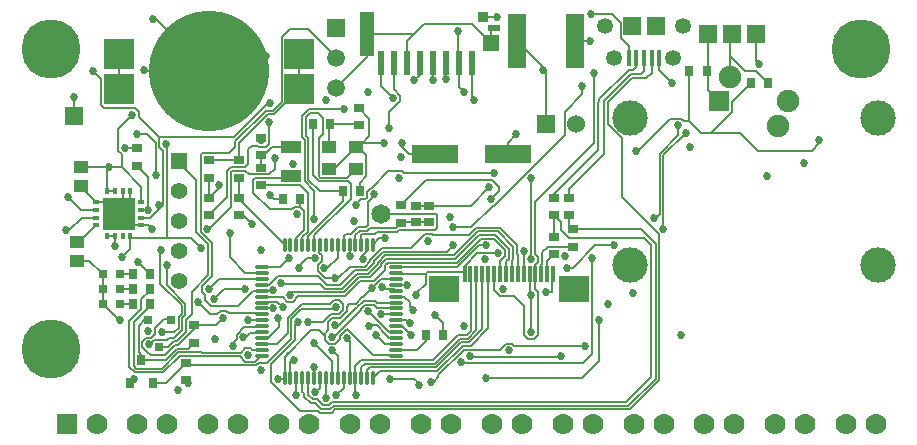
<source format=gbl>
G04*
G04 #@! TF.GenerationSoftware,Altium Limited,CircuitStudio,1.5.1 (13)*
G04*
G04 Layer_Physical_Order=4*
G04 Layer_Color=12500520*
%FSAX24Y24*%
%MOIN*%
G70*
G01*
G75*
%ADD10R,0.0709X0.0394*%
%ADD17R,0.0299X0.0299*%
%ADD19R,0.0315X0.0354*%
%ADD37R,0.0315X0.0354*%
%ADD39R,0.0591X0.0591*%
%ADD40R,0.0512X0.0394*%
%ADD41R,0.0354X0.0315*%
%ADD42R,0.0276X0.0354*%
%ADD43R,0.0354X0.0276*%
%ADD46C,0.0060*%
%ADD47C,0.0080*%
%ADD48C,0.0530*%
%ADD49C,0.0700*%
%ADD50R,0.0700X0.0700*%
%ADD51C,0.0550*%
%ADD52R,0.0550X0.0550*%
%ADD53C,0.1181*%
%ADD54R,0.0650X0.0650*%
%ADD55C,0.0750*%
%ADD56C,0.1969*%
%ADD57C,0.0591*%
%ADD58C,0.0600*%
%ADD59R,0.0600X0.0600*%
%ADD60C,0.0650*%
%ADD61C,0.0270*%
%ADD62R,0.0512X0.0413*%
%ADD63R,0.0157X0.0532*%
%ADD64R,0.0591X0.0610*%
%ADD65O,0.0118X0.0512*%
%ADD66O,0.0512X0.0118*%
%ADD67R,0.1043X0.0906*%
%ADD68R,0.0118X0.0551*%
%ADD69R,0.0591X0.1811*%
%ADD70R,0.0315X0.0315*%
%ADD71R,0.1575X0.0630*%
%ADD72C,0.4016*%
%ADD73R,0.0984X0.0984*%
%ADD74R,0.1063X0.1063*%
%ADD75R,0.0236X0.0118*%
%ADD76R,0.0118X0.0236*%
%ADD77R,0.0374X0.0335*%
%ADD78R,0.0394X0.0236*%
%ADD79R,0.0571X0.0551*%
%ADD80R,0.0472X0.1492*%
%ADD81R,0.0236X0.0787*%
D10*
X019500Y019258D02*
D03*
Y020242D02*
D03*
D17*
X015100Y013548D02*
D03*
X014726Y014450D02*
D03*
X015474D02*
D03*
D19*
X014500Y013144D02*
D03*
X014126Y012356D02*
D03*
X014874D02*
D03*
D37*
X021776Y018750D02*
D03*
X021224D02*
D03*
X024554Y013964D02*
D03*
X024003D02*
D03*
X019224Y018500D02*
D03*
X019776D02*
D03*
D39*
X035000Y024000D02*
D03*
X012250Y021250D02*
D03*
X034200Y024000D02*
D03*
X033400D02*
D03*
X021000Y024200D02*
D03*
D40*
X012500Y019565D02*
D03*
Y018935D02*
D03*
X012350Y017065D02*
D03*
Y016435D02*
D03*
D41*
X021750Y021526D02*
D03*
Y020974D02*
D03*
X018500Y020526D02*
D03*
Y019974D02*
D03*
X023650Y018276D02*
D03*
Y017724D02*
D03*
X024100Y018276D02*
D03*
Y017724D02*
D03*
D42*
X035395Y022350D02*
D03*
X034805Y022350D02*
D03*
X033345Y022750D02*
D03*
X032755D02*
D03*
X014795Y016000D02*
D03*
X014205D02*
D03*
X014795Y015500D02*
D03*
X014205D02*
D03*
X014795Y015000D02*
D03*
X014205D02*
D03*
X020795Y021000D02*
D03*
X020205D02*
D03*
D43*
X014350Y020195D02*
D03*
Y019605D02*
D03*
X023150Y018295D02*
D03*
Y017705D02*
D03*
X016750Y018545D02*
D03*
Y017955D02*
D03*
X017750Y018545D02*
D03*
Y017955D02*
D03*
X016750Y019795D02*
D03*
Y019205D02*
D03*
X017750Y019795D02*
D03*
Y019205D02*
D03*
X016250Y014295D02*
D03*
Y013705D02*
D03*
X016000Y013045D02*
D03*
Y012455D02*
D03*
X028250Y018545D02*
D03*
Y017955D02*
D03*
X028250Y016647D02*
D03*
Y017238D02*
D03*
X028750Y018545D02*
D03*
Y017955D02*
D03*
X028900Y016905D02*
D03*
Y017495D02*
D03*
X018500Y018955D02*
D03*
Y019545D02*
D03*
D46*
X013955Y020195D02*
X014350D01*
X013730Y020830D02*
X014200Y021300D01*
X013730Y020102D02*
Y020830D01*
Y020102D02*
X013850Y019982D01*
Y019550D02*
Y019982D01*
X014728Y018128D02*
Y019227D01*
X014350Y019605D02*
X014728Y019227D01*
X014350Y020650D02*
X014700D01*
X014980Y020370D01*
Y019320D02*
Y020370D01*
Y019320D02*
X015000Y019300D01*
X031900Y017500D02*
Y019950D01*
X031760Y012460D02*
Y017322D01*
X030506Y018576D02*
X031760Y017322D01*
X031600Y017850D02*
X031620Y017830D01*
X018500Y018955D02*
X019795D01*
X018301Y019197D02*
X019440D01*
X018950Y019500D02*
Y019850D01*
X018767Y019317D02*
X018950Y019500D01*
X018079Y019317D02*
X018767D01*
X019795Y018955D02*
X020045Y018705D01*
X019440Y019197D02*
X019500Y019258D01*
X018782Y018150D02*
X019532D01*
X019607Y018225D01*
X019756D01*
X024026Y016051D02*
X025274D01*
X023021Y017406D02*
X023090Y017475D01*
X023527D02*
X023552Y017450D01*
X023090Y017475D02*
X023527D01*
X023552Y017450D02*
X024288D01*
X022725Y017406D02*
X023021D01*
X022725D02*
Y017406D01*
X022721Y017409D02*
X022725Y017406D01*
X022364Y017409D02*
X022721D01*
X022567Y016735D02*
X024685D01*
X022436Y017184D02*
X022628D01*
X022275Y017320D02*
X022364Y017409D01*
X022845Y017526D02*
X022971D01*
X022841Y017529D02*
X022845Y017526D01*
X022117Y017529D02*
X022841D01*
X022629Y016288D02*
X022716Y016375D01*
X021983Y017565D02*
X022063Y017646D01*
X021733Y017565D02*
X021983D01*
X021489Y017320D02*
X021733Y017565D01*
X022135Y016473D02*
X022517Y016855D01*
X022135Y016416D02*
Y016473D01*
X021958Y016240D02*
X022135Y016416D01*
X022255Y016423D02*
X022567Y016735D01*
X022255Y016367D02*
Y016423D01*
X022008Y016120D02*
X022255Y016367D01*
X022495Y016324D02*
X022666Y016495D01*
X022629Y016142D02*
Y016288D01*
X022246Y015760D02*
X022629Y016142D01*
X022524Y015549D02*
X022524D01*
X020080Y021500D02*
X021250D01*
X019857Y021277D02*
X020080Y021500D01*
X019857Y020564D02*
Y021277D01*
Y020564D02*
X019944Y020476D01*
Y019086D02*
Y020476D01*
Y019086D02*
X020270Y018760D01*
Y017837D02*
Y018760D01*
X020064Y019136D02*
Y020526D01*
Y019136D02*
X020450Y018750D01*
X019977Y020613D02*
X020064Y020526D01*
X019925Y017457D02*
Y018096D01*
X019776Y018245D02*
X019925Y018096D01*
X020045Y017407D02*
Y018705D01*
X019864Y017227D02*
X020045Y017407D01*
X019668Y017200D02*
X019925Y017457D01*
X020205Y019286D02*
Y021000D01*
Y019286D02*
X020407Y019083D01*
X021375D01*
X020457Y019203D02*
X021359D01*
X020404Y019256D02*
X020457Y019203D01*
X020450Y018750D02*
X021224D01*
X021308Y017320D02*
X021489D01*
X021242Y017255D02*
X021308Y017320D01*
X021795Y017445D02*
X022032D01*
X021636Y017286D02*
X021795Y017445D01*
X021636Y016974D02*
Y017286D01*
X021840Y017320D02*
X022275D01*
X021833Y017313D02*
X021840Y017320D01*
X021833Y016974D02*
Y017313D01*
X022063Y017646D02*
Y018406D01*
X017250Y015500D02*
X017950D01*
X017409Y014680D02*
X018497D01*
X018055Y014455D02*
X018526D01*
X017900Y013885D02*
X017985D01*
X017551Y013597D02*
Y013701D01*
X017083Y015833D02*
X018526D01*
X017970Y016030D02*
X018526D01*
X017450Y016550D02*
X017970Y016030D01*
X019057Y015925D02*
X020387D01*
X019150Y015700D02*
X019175Y015675D01*
X018889Y015439D02*
X018900Y015450D01*
X019668Y016975D02*
Y017200D01*
X021375Y019083D02*
X021472Y018986D01*
Y018495D02*
Y018986D01*
X022001Y019256D02*
Y019955D01*
X021776Y019030D02*
X022001Y019256D01*
X022250Y018593D02*
Y018650D01*
X022175Y018875D02*
X022725Y019425D01*
X022157Y018875D02*
X022175D01*
X022023Y018741D02*
X022157Y018875D01*
X022023Y018536D02*
Y018741D01*
X022063Y018406D02*
X022250Y018593D01*
X021650Y018300D02*
X021833Y018483D01*
X021970D01*
X022023Y018536D01*
X018779Y018643D02*
X018868D01*
X018779D02*
X018923Y018500D01*
X021900Y016634D02*
X022050Y016784D01*
X021900Y016500D02*
Y016634D01*
X022050Y016784D02*
Y016954D01*
X021625Y016120D02*
X022008D01*
X021440Y016240D02*
X021958D01*
X021787Y015760D02*
X022246D01*
X022191Y015535D02*
X022194D01*
X022500Y014650D02*
Y014700D01*
Y014650D02*
X022973D01*
X022050Y014750D02*
X022739Y014061D01*
X022350Y014280D02*
X022629Y014002D01*
X022170Y014280D02*
X022350D01*
X022100Y014250D02*
X022150Y014300D01*
X022982Y015628D02*
X023342D01*
X023654Y015304D02*
Y015354D01*
X023450Y014900D02*
X023550Y014800D01*
X021050Y015850D02*
X021440Y016240D01*
X021450Y016600D02*
Y016963D01*
X024285Y014635D02*
X024554Y014366D01*
X023450Y014900D02*
Y015050D01*
X023258Y015242D02*
X023450Y015050D01*
X022325Y013975D02*
X022633Y013667D01*
X023409Y014350D02*
X023450D01*
X023200Y014258D02*
X023500Y013958D01*
X021825Y014813D02*
Y014843D01*
X020912Y013900D02*
X021825Y014813D01*
X022150Y014300D02*
X022170Y014280D01*
X022343Y015045D02*
X022974D01*
X022293Y015095D02*
X022343Y015045D01*
X021907Y015095D02*
X022293D01*
X022243Y014975D02*
X022343Y014875D01*
X021957Y014975D02*
X022243D01*
X021242Y016974D02*
Y017255D01*
X022032Y017445D02*
X022117Y017529D01*
X019864Y016974D02*
Y017227D01*
X019450Y015300D02*
Y015330D01*
X019216Y014884D02*
X019230D01*
X020024Y016523D02*
X020283D01*
X019750Y016200D02*
Y016250D01*
X020425Y016699D02*
Y016945D01*
Y016699D02*
X020508Y016617D01*
Y016430D02*
Y016617D01*
X020375Y016298D02*
X020508Y016430D01*
X020632Y015850D02*
X020950D01*
X021050D01*
X021093Y015125D02*
X021225Y014993D01*
X020907Y015125D02*
X021093D01*
X020787Y015005D02*
X020907Y015125D01*
X021000Y014850D02*
Y014900D01*
X021125Y013943D02*
X021357Y014175D01*
X021125Y013837D02*
Y013943D01*
X020837Y014675D02*
X021093D01*
X021225Y014807D01*
X021113Y014525D02*
X021345Y014757D01*
X020857Y014525D02*
X021113D01*
X020725Y014393D02*
X020857Y014525D01*
X021050Y014250D02*
X021685Y014885D01*
X021871Y015215D02*
X022191Y015535D01*
X021857Y015215D02*
X021871D01*
X013850Y016550D02*
X014134Y016834D01*
Y017252D01*
X015225Y018307D02*
Y020107D01*
X014790Y017872D02*
X015225Y018307D01*
X015093D02*
X015225D01*
X015350Y017200D02*
Y020300D01*
X016915Y015165D02*
X017250Y015500D01*
X016750Y015500D02*
X017083Y015833D01*
X021000Y022200D02*
X022032Y023231D01*
Y023998D01*
X014126Y012356D02*
X014270Y012500D01*
X018500Y020457D02*
Y020526D01*
X018668Y020232D02*
X018767Y020331D01*
X018407Y020232D02*
X018668D01*
X018360Y020278D02*
X018407Y020232D01*
X018178Y020278D02*
X018360D01*
X018767Y020331D02*
Y020758D01*
X018750Y020775D02*
X018767Y020758D01*
X018848Y020242D02*
X019500D01*
X018580Y019974D02*
X018848Y020242D01*
X018500Y019974D02*
X018580D01*
X017750Y020368D02*
X018707Y021325D01*
X017630Y020418D02*
X018657Y021445D01*
X017592Y020550D02*
X018730Y021688D01*
X018707Y021325D02*
X018928D01*
X018657Y021445D02*
X018879D01*
X018730Y021688D02*
X018803D01*
X018750Y020775D02*
Y021050D01*
X023980Y019125D02*
X026200D01*
X026425Y018900D01*
Y018775D02*
Y018900D01*
X026150Y018500D02*
X026425Y018775D01*
X023150Y018295D02*
X023980Y019125D01*
X025045Y023059D02*
X025083Y023022D01*
X025045Y023059D02*
Y024095D01*
X025536Y024320D02*
X026156Y023701D01*
X023350Y023748D02*
X023922Y024320D01*
X025536D01*
X024554Y013964D02*
Y014366D01*
X025072Y013955D02*
X025092Y013975D01*
X025058Y013955D02*
X025072D01*
X023974Y013936D02*
X024003Y013964D01*
X023974Y013750D02*
Y013936D01*
X025450Y013250D02*
X025475Y013225D01*
X025175Y013025D02*
X029225D01*
X025150Y013050D02*
X025175Y013025D01*
X025472Y013595D02*
X026061Y014184D01*
X025207Y013595D02*
X025472D01*
X025423Y013715D02*
X025864Y014157D01*
X025157Y013715D02*
X025423D01*
X025373Y013835D02*
X025667Y014129D01*
X025108Y013835D02*
X025373D01*
X025343Y013975D02*
X025475Y014107D01*
X025092Y013975D02*
X025343D01*
X025667Y014129D02*
Y016000D01*
X025864Y014157D02*
Y016000D01*
X026061Y014184D02*
Y016000D01*
X025475Y014107D02*
Y015995D01*
X025470Y016000D02*
X025475Y015995D01*
X019531Y013122D02*
X019574D01*
X019500Y013091D02*
X019531Y013122D01*
X021359Y019203D02*
X021656Y019500D01*
X018923Y018500D02*
X019224D01*
X013366Y018384D02*
X013750Y018000D01*
X013002Y018384D02*
X013366D01*
X019756Y018225D02*
X019776Y018245D01*
X018233Y018699D02*
X018782Y018150D01*
X017750Y018498D02*
X019274Y016974D01*
X017895Y017955D02*
X018200Y017650D01*
X017750Y017955D02*
X017895D01*
X018233Y018699D02*
Y019130D01*
X019750Y016250D02*
X020024Y016523D01*
X021697Y014885D02*
X021907Y015095D01*
X021685Y014885D02*
X021697D01*
X021437Y015005D02*
X021647D01*
X021857Y015215D01*
X021825Y014843D02*
X021957Y014975D01*
X022343Y014875D02*
X022948D01*
X021045Y016545D02*
Y016974D01*
X020700Y016200D02*
X021045Y016545D01*
X020561Y014399D02*
X020837Y014675D01*
X022725Y019425D02*
X023193D01*
X023268Y019350D02*
X026250D01*
X023193Y019425D02*
X023268Y019350D01*
X022974Y015242D02*
X023258D01*
X026293Y017295D02*
X026745Y016843D01*
X025756Y017295D02*
X026293D01*
X025656Y017535D02*
X026442D01*
X026897Y016901D02*
X026902Y016906D01*
X026902D02*
X026902D01*
X026745Y016507D02*
Y016843D01*
X026652Y016414D02*
X026745Y016507D01*
X026652Y016000D02*
Y016414D01*
X026455Y016000D02*
Y016437D01*
X026625Y016607D01*
Y016793D01*
X026375Y016725D02*
X026400Y016700D01*
X026897Y016490D02*
Y016901D01*
X027242Y016000D02*
Y016758D01*
X025475Y013225D02*
X028475D01*
X028500Y013250D01*
X026918Y013600D02*
X029300D01*
X026843Y013675D02*
X026918Y013600D01*
X025274Y016274D02*
X025700Y016700D01*
X025274Y016051D02*
Y016274D01*
X024100Y018276D02*
X025476D01*
X024218Y017300D02*
X025421D01*
X024900Y017550D02*
X025500D01*
X025421Y017300D02*
X025656Y017535D01*
X014795Y016000D02*
Y016005D01*
X014400Y016400D02*
X014795Y016005D01*
X014498Y017616D02*
X014734D01*
X014866Y017484D01*
X026442Y017535D02*
X027022Y016955D01*
X022800Y012500D02*
X023600D01*
X022739Y014061D02*
X022974D01*
X022629Y013999D02*
Y014002D01*
X022232Y013300D02*
X022948D01*
X021357Y014175D02*
X022232Y013300D01*
X020650Y011850D02*
Y012524D01*
X020300Y012050D02*
Y012160D01*
X022525Y014675D02*
X022548Y014652D01*
X021345Y014757D02*
Y014913D01*
X021225Y014807D02*
Y014993D01*
X020963Y013675D02*
X021125Y013837D01*
X020757Y013675D02*
X020963D01*
X020850Y013900D02*
X020912D01*
X020725Y014125D02*
Y014393D01*
X020575Y013975D02*
X020725Y014125D01*
X020051Y014399D02*
X020561D01*
X019050Y014533D02*
X019100Y014483D01*
X019496Y014492D02*
X019822Y014818D01*
X019496Y013836D02*
Y014492D01*
X020250Y013700D02*
X020848Y013102D01*
X021345Y014913D02*
X021437Y015005D01*
X020850Y013450D02*
X021045Y013255D01*
X019855Y015005D02*
X020787D01*
X022513Y015487D02*
X022927D01*
X022513D02*
X022550Y015524D01*
X019050Y012500D02*
X019248D01*
X018526Y013667D02*
X019017D01*
X019376Y014026D01*
X019772Y014938D02*
X019788D01*
X019874Y014818D02*
X020968D01*
X019874D02*
X020500D01*
X019788Y014938D02*
X019855Y015005D01*
X020375Y016107D02*
X020632Y015850D01*
X020375Y016107D02*
Y016298D01*
X018685Y013025D02*
X019496Y013836D01*
X019822Y014818D02*
X019874D01*
X020253Y012582D02*
Y012890D01*
X020227Y012556D02*
X020253Y012582D01*
X020157Y014125D02*
X020425D01*
X021850Y020350D02*
X022589D01*
X022750Y020850D02*
Y021382D01*
X023200Y020220D02*
X023420Y020000D01*
X024280D01*
X023200Y020220D02*
Y020350D01*
X025516Y021884D02*
X025600Y021800D01*
X025516Y021884D02*
Y023022D01*
X025083Y022217D02*
Y023022D01*
Y022217D02*
X025250Y022050D01*
X019100Y014228D02*
Y014483D01*
X016000Y013045D02*
X016090Y012955D01*
X016995Y014295D02*
X017235Y014535D01*
X016250Y014295D02*
X016995D01*
X015983Y014470D02*
X016175Y014663D01*
X015350Y015620D02*
X015970Y015000D01*
Y014627D02*
Y015000D01*
X015863Y014520D02*
X015970Y014627D01*
X015125Y015675D02*
X015850Y014950D01*
Y014677D02*
Y014950D01*
X015743Y014570D02*
X015850Y014677D01*
X015350Y015620D02*
Y016282D01*
X016525Y015407D02*
X016625Y015307D01*
X016525Y015407D02*
Y015593D01*
X016850Y015918D01*
X016625Y015137D02*
X016822Y014940D01*
X016625Y015137D02*
Y015307D01*
X017328Y014760D02*
X017409Y014680D01*
X017142Y014760D02*
X017328D01*
X024367Y017530D02*
Y017967D01*
X024288Y017450D02*
X024367Y017530D01*
X024193Y017325D02*
X024218Y017300D01*
X023957Y017325D02*
X024193D01*
X025500Y017550D02*
X026225Y018275D01*
X022971Y017526D02*
X023150Y017705D01*
X020227Y012556D02*
X020258Y012526D01*
X020425Y014125D02*
X020575Y013975D01*
X020848Y012526D02*
Y013102D01*
X023500Y013950D02*
Y013958D01*
X019491Y013100D02*
X019500Y013091D01*
X017675Y013825D02*
Y013978D01*
X016400Y015050D02*
X016798Y014652D01*
X017033D01*
X017142Y014760D01*
X018497Y014680D02*
X018526Y014652D01*
X017551Y013701D02*
X017675Y013825D01*
X024217Y022467D02*
Y023022D01*
X023783Y022640D02*
Y023022D01*
X023600Y022457D02*
X023783Y022640D01*
X017985Y013885D02*
X018130Y014030D01*
X018495D01*
X018526Y014061D01*
X020064Y024150D02*
X021000Y023214D01*
Y023200D02*
Y023214D01*
X021045Y012526D02*
Y013255D01*
X023654Y015354D02*
X023973Y015673D01*
X021775Y020275D02*
X021850Y020350D01*
X022750Y021382D02*
X023125Y021757D01*
Y021943D01*
X022917Y022151D02*
X023125Y021943D01*
X022917Y022151D02*
Y023022D01*
X022484Y022266D02*
Y023022D01*
Y022266D02*
X022900Y021850D01*
X019650Y011950D02*
Y012443D01*
X020650Y012524D02*
X020652Y012526D01*
X015303Y013300D02*
X015636Y013633D01*
X014806Y013300D02*
X015303D01*
X015317Y013144D02*
X015686Y013513D01*
X014500Y013144D02*
X015317D01*
X015334Y012356D02*
X016000Y013022D01*
X014874Y012356D02*
X015334D01*
X014405Y014279D02*
X014626Y014500D01*
X014695Y013411D02*
X014806Y013300D01*
X014525Y013557D02*
X014671Y013411D01*
X014695D01*
X014405Y013383D02*
Y014279D01*
Y013383D02*
X014500Y013288D01*
X014525Y013557D02*
Y013743D01*
X014657Y013875D01*
X014813D01*
X014950Y014012D01*
X014500Y013144D02*
Y013288D01*
X014860Y013735D02*
X014913Y013788D01*
X015338D01*
X015423Y013873D01*
X015593D01*
X015100Y013548D02*
X015382D01*
X015237Y012725D02*
X015786Y013273D01*
X015382Y013548D02*
X015587Y013753D01*
X015673D01*
X015983Y014063D01*
X015593Y013873D02*
X015785Y014065D01*
X015600Y014050D02*
X015743Y014193D01*
X015200Y014050D02*
X015600D01*
X015686Y013513D02*
X016058D01*
X015785Y014065D02*
X015785D01*
X015722Y013633D02*
X016250Y014161D01*
X016058Y013513D02*
X016250Y013705D01*
X015636Y013633D02*
X015722D01*
X015785Y014065D02*
Y014065D01*
X015863Y014143D01*
Y014520D01*
X016250Y014161D02*
Y014295D01*
X015983Y014063D02*
Y014470D01*
X015743Y014193D02*
Y014570D01*
X015125Y015675D02*
Y016775D01*
X015150Y016800D01*
X014498Y017872D02*
X014790D01*
X016475Y017407D02*
Y019963D01*
X015750Y019700D02*
Y019750D01*
Y019700D02*
X016328Y019122D01*
Y017384D02*
Y019122D01*
Y017384D02*
X016730Y016982D01*
X014503Y014835D02*
Y015150D01*
X013755Y014450D02*
X013800D01*
X013205Y015000D02*
X013755Y014450D01*
X014950Y014012D02*
Y014200D01*
X015250Y014500D01*
X021750Y021526D02*
X022100Y021176D01*
Y020600D02*
Y021176D01*
X022633Y013667D02*
X022974D01*
X022226Y012526D02*
X022451Y012750D01*
X022030Y012791D02*
X022123Y012885D01*
X019470Y013080D02*
X019491Y013100D01*
X014950Y019300D02*
X015000D01*
X015100Y020232D02*
Y020550D01*
X015100Y020550D01*
X015100Y020232D02*
X015225Y020107D01*
X014425Y021225D02*
X015100Y020550D01*
X013261Y021525D02*
X014293D01*
X014425Y021393D01*
X015325Y020325D02*
X015350Y020300D01*
X018500Y019545D02*
X018500Y019545D01*
X018500Y019545D02*
Y019974D01*
X018050Y020150D02*
X018178Y020278D01*
X018050Y019653D02*
Y020150D01*
X017964Y019567D02*
X018050Y019653D01*
X017750Y019795D02*
Y020368D01*
X017630Y020230D02*
Y020418D01*
X015100Y020550D02*
X017592D01*
X021728Y020228D02*
X022001Y019955D01*
X015350Y017200D02*
X016150D01*
X014186D02*
X015350D01*
X014134Y017252D02*
X014186Y017200D01*
X016150D02*
X016500Y016850D01*
X016730Y015968D02*
Y016982D01*
X016475Y017407D02*
X016850Y017032D01*
Y015918D02*
Y017032D01*
X016475Y019963D02*
X016536Y020023D01*
X016750Y017955D02*
X017363Y018568D01*
X016700Y017500D02*
X016738D01*
X017483Y018245D01*
Y019380D01*
X017536Y019433D01*
X017964D01*
X017501Y019567D02*
X017964D01*
X017363Y019430D02*
X017501Y019567D01*
X017363Y018568D02*
Y019430D01*
X017100Y018950D02*
X017105Y018945D01*
Y018900D02*
Y018945D01*
X016750Y019795D02*
X017750D01*
X017964Y019433D02*
X018079Y019317D01*
X018233Y019130D02*
X018301Y019197D01*
X021775Y020275D02*
X022100Y020600D01*
X021702Y020275D02*
X021775D01*
X021656Y020228D02*
X021702Y020275D01*
X017423Y020023D02*
X017630Y020230D01*
X016536Y020023D02*
X017423D01*
X014425Y021225D02*
Y021393D01*
X013156Y021630D02*
X013261Y021525D01*
X013156Y021630D02*
Y022494D01*
X012900Y022750D02*
X013156Y022494D01*
X019762Y022159D02*
Y023341D01*
X013738Y022159D02*
Y023341D01*
X027500Y014050D02*
Y015300D01*
X028000Y015400D02*
X028200D01*
X027439Y015361D02*
X027500Y015300D01*
X029636Y016950D02*
X030250D01*
X030506Y018576D02*
Y020532D01*
X031780Y020000D02*
X032400Y020620D01*
Y020950D01*
X031050Y020100D02*
X032125Y021175D01*
X032493D01*
X032573Y021095D01*
X032755D01*
X028886Y016200D02*
X029636Y016950D01*
X031153Y017495D02*
X031600Y017048D01*
Y017048D02*
Y017048D01*
Y017048D02*
X031640Y017008D01*
Y012510D02*
Y017008D01*
X031250Y017200D02*
X031500Y016950D01*
Y012568D02*
Y016950D01*
X030662Y011730D02*
X031500Y012568D01*
X031900Y019950D02*
X032650Y020700D01*
X019650Y012443D02*
X019700Y012493D01*
X028610Y020642D02*
Y021390D01*
X026243Y018275D02*
X028610Y020642D01*
X026225Y018275D02*
X026243D01*
X026720Y020000D02*
Y020370D01*
X027000Y020650D01*
X025476Y018276D02*
X026100Y018900D01*
X023650Y018276D02*
X024100D01*
X021776Y018750D02*
Y019030D01*
X016750Y018545D02*
X017105Y018900D01*
X019609Y022159D02*
X019762D01*
X014612Y022750D02*
X016750D01*
X014581Y022781D02*
X014612Y022750D01*
X020795Y021000D02*
X021724D01*
X020750Y020228D02*
Y020955D01*
X034450Y020700D02*
X035050Y020100D01*
X033498Y020700D02*
X034450D01*
X027035Y023750D02*
X027943Y022843D01*
X028000Y021000D02*
Y022785D01*
X027885D02*
X028000D01*
X031000Y020100D02*
X031050D01*
X034185Y021731D02*
X034805Y022350D01*
X034185Y021388D02*
Y021731D01*
X033498Y020700D02*
X034185Y021388D01*
X033150Y020700D02*
X033498D01*
X032755Y021095D02*
X033150Y020700D01*
X032755Y021095D02*
Y022750D01*
X030050Y020988D02*
Y021731D01*
Y020988D02*
X030506Y020532D01*
X030050Y021731D02*
X030850Y022531D01*
X034109Y023250D02*
Y023909D01*
Y022561D02*
Y023250D01*
X034609Y022750D01*
X034995D01*
X035395Y022350D01*
X021439Y016974D02*
X021450Y016963D01*
X014503Y015150D02*
X014795Y015442D01*
Y014946D02*
Y015000D01*
Y015442D02*
Y015500D01*
X016000Y013022D02*
Y013045D01*
X015250Y014500D02*
X015374D01*
X020968Y014818D02*
X021000Y014850D01*
X022948Y014875D02*
X022974Y014848D01*
X022973Y014650D02*
X022974Y014652D01*
X022548D02*
X022974D01*
X022524Y015549D02*
X022550Y015524D01*
X022927Y015487D02*
X022974Y015439D01*
X023305Y014455D02*
X023409Y014350D01*
X022974Y014455D02*
X023305D01*
X022974Y014258D02*
X023200D01*
X024150Y012400D02*
X024250D01*
X023750Y012300D02*
Y012350D01*
X023600Y012500D02*
X023750Y012350D01*
X022974Y015636D02*
X022982Y015628D01*
X023973Y015998D02*
X023982Y016007D01*
X023973Y015673D02*
Y015998D01*
X022997Y016007D02*
X023982D01*
X024026Y016051D01*
X022974Y013470D02*
X023695D01*
X029525Y013325D02*
Y014543D01*
X029225Y013025D02*
X029525Y013325D01*
Y014543D02*
X029527Y014545D01*
X029750Y013100D02*
Y014450D01*
X029182Y012532D02*
X029750Y013100D01*
X025982Y012532D02*
X029182D01*
X021748Y011730D02*
X030662D01*
X028900Y017495D02*
X031153D01*
X035000Y023100D02*
X035100Y023000D01*
X035000Y023100D02*
Y024000D01*
X034109Y023909D02*
X034200Y024000D01*
X033400Y022120D02*
X033770Y021750D01*
X033400Y022120D02*
Y024000D01*
X032793Y020243D02*
X032800Y020250D01*
X031762Y022788D02*
X032200Y022350D01*
X031762Y022788D02*
Y023187D01*
X029200Y021980D02*
Y022250D01*
X028610Y021390D02*
X029200Y021980D01*
X025274Y016000D02*
Y016051D01*
X022974Y016030D02*
X022997Y016007D01*
X022030Y016974D02*
X022050Y016954D01*
X018526Y015439D02*
X018889D01*
X022226Y016974D02*
X022436Y017184D01*
X022948Y013300D02*
X022974Y013274D01*
X022500Y018000D02*
X024334D01*
X024367Y017967D01*
X023150Y017705D02*
X023170Y017724D01*
X023650D02*
X024100D01*
X023170D02*
X023650D01*
X022030Y012526D02*
Y012791D01*
X022032Y023998D02*
X023600D01*
X023350Y023022D02*
Y023748D01*
X026156Y024104D02*
X026244Y024193D01*
X026156Y023701D02*
Y024104D01*
X025880Y024577D02*
X025907Y024550D01*
X026350D01*
X014900Y024500D02*
X015000D01*
X016750Y022750D01*
X017450Y016550D02*
Y017350D01*
X016750Y018545D02*
Y019205D01*
X020927Y019500D02*
X021656Y020228D01*
X020750Y019500D02*
X020927D01*
X020425Y016945D02*
X020455Y016974D01*
X023695Y013470D02*
X023974Y013750D01*
X019667Y012526D02*
X019700Y012493D01*
X012250Y021250D02*
Y021900D01*
X017750Y018545D02*
Y019205D01*
X019667Y016974D02*
X019668Y016975D01*
X021724Y021000D02*
X021750Y020974D01*
X019776Y018245D02*
Y018500D01*
X013622Y016922D02*
Y017252D01*
X013366D02*
X013622D01*
X014498Y018384D02*
Y018902D01*
X013850Y019550D02*
X014498Y018902D01*
X013450Y019550D02*
X013850D01*
X013435Y019565D02*
X013450Y019550D01*
X013366Y018748D02*
X013622D01*
X013366D02*
Y019496D01*
X012500Y019565D02*
X013435D01*
X014134Y018384D02*
Y018748D01*
X013878Y018128D02*
Y018748D01*
X013750Y018000D02*
X014134Y017616D01*
X014498D01*
X012500Y018886D02*
Y018935D01*
Y018886D02*
X013002Y018384D01*
X012472Y018128D02*
X013002D01*
X012050Y018550D02*
X012472Y018128D01*
X012522Y017872D02*
X013002D01*
X012500Y017114D02*
X013002Y017616D01*
X012500Y017065D02*
Y017114D01*
X012770Y016435D02*
X013205Y016000D01*
X012500Y016435D02*
X012770D01*
X013205Y015000D02*
Y015500D01*
Y016000D01*
X013795Y015000D02*
X014205D01*
X013795Y015500D02*
X014205D01*
X013795Y016000D02*
X014205D01*
X019470Y012526D02*
Y013080D01*
X029527Y014545D02*
Y016523D01*
X028965Y023750D02*
X029450D01*
X030738Y023187D02*
Y023588D01*
X030471Y023855D02*
X030738Y023588D01*
X030471Y023855D02*
Y024379D01*
X030200Y024650D02*
X030471Y024379D01*
X029471Y024650D02*
X030200D01*
X028200Y015400D02*
Y015974D01*
X028226Y016000D01*
X027439Y015361D02*
Y016000D01*
X027500Y016481D02*
Y019200D01*
X021743Y011725D02*
X021748Y011730D01*
X030730Y011600D02*
X031640Y012510D01*
X019864Y012077D02*
Y012526D01*
X020061Y011971D02*
Y012526D01*
Y011971D02*
X020207Y011825D01*
X020357D01*
X020557Y011625D01*
X020743D01*
X020843Y011725D01*
X021743D01*
X019864Y012077D02*
X019921Y012020D01*
Y011913D02*
Y012020D01*
Y011913D02*
X020149Y011685D01*
X020299D01*
X020499Y011485D01*
X020801D01*
X020916Y011600D01*
X030730D01*
X030780Y011480D02*
X031000Y011700D01*
X020966Y011480D02*
X030780D01*
X020851Y011365D02*
X020966Y011480D01*
X020449Y011365D02*
X020851D01*
X020374Y011440D02*
X020449Y011365D01*
X030780Y011480D02*
X031760Y012460D01*
X018825Y012407D02*
X019792Y011440D01*
X020374D01*
X019616Y013787D02*
Y014294D01*
X018825Y012996D02*
X019616Y013787D01*
X018407Y013025D02*
X018685D01*
X018337Y012955D02*
X018407Y013025D01*
X017904Y012959D02*
X017907Y012955D01*
X017904Y012959D02*
X017904D01*
X017900Y012955D02*
X017904Y012959D01*
X017907Y012955D02*
X018337D01*
X016090D02*
X017900D01*
X017780Y013252D02*
X017957Y013075D01*
Y013525D02*
X018143D01*
X018198Y013470D01*
X018526D01*
X017804Y013372D02*
X017957Y013525D01*
X016175Y014663D02*
Y015413D01*
X016730Y015968D01*
X018207Y015439D02*
X018526D01*
X016822Y014940D02*
X017708D01*
X018207Y015439D01*
X018526Y015242D02*
X018543Y015225D01*
X019207D01*
X019357Y015075D02*
X019543D01*
X019207Y015225D02*
X019357Y015075D01*
X019616Y014294D02*
X019721Y014399D01*
X019376Y014026D02*
Y014542D01*
X019772Y014938D01*
X018898Y014848D02*
X018900Y014850D01*
X018526Y015045D02*
X018555Y015075D01*
X019025D02*
X019216Y014884D01*
X018555Y015075D02*
X019025D01*
X018526Y015636D02*
X018768D01*
X019057Y015925D01*
X020600Y016200D02*
X020700D01*
X020387Y015925D02*
X020687Y015625D01*
X019175Y015675D02*
X020467D01*
X020637Y015505D01*
X021193D01*
X022058Y016000D02*
X022375Y016317D01*
Y016374D01*
X022616Y016615D01*
X020687Y015625D02*
X021130D01*
X021625Y016120D01*
X022517Y016855D02*
X023487D01*
X023957Y017325D01*
X024685Y016735D02*
X024900Y016950D01*
X022616Y016615D02*
X024906D01*
X025300Y017009D01*
X024906Y016615D02*
X025706Y017415D01*
X022666Y016495D02*
X024956D01*
X025211Y016750D01*
X024956Y016495D02*
X025756Y017295D01*
X022716Y016375D02*
X025006D01*
X025805Y017175D01*
X025706Y017415D02*
X026393D01*
X026902Y016906D01*
X025805Y017175D02*
X026243D01*
X026625Y016793D01*
X025700Y016700D02*
X026400D01*
X025020Y016220D02*
X025750Y016950D01*
X026000D01*
X025014Y016226D02*
X025020Y016220D01*
X022974Y016226D02*
X025014D01*
X022489Y015833D02*
X022974D01*
X022191Y015535D02*
X022489Y015833D01*
X021193Y015505D02*
X021688Y016000D01*
X022058D01*
X022107Y015880D02*
X022495Y016267D01*
Y016324D01*
X021243Y015385D02*
X021738Y015880D01*
X019535Y015385D02*
X021243D01*
X021738Y015880D02*
X022107D01*
X019450Y015300D02*
X019535Y015385D01*
X021292Y015265D02*
X021787Y015760D01*
X019543Y015075D02*
X019733Y015265D01*
X021292D01*
X018526Y016226D02*
X019110D01*
X019407Y016523D01*
X020061Y016974D02*
Y017254D01*
X020258Y016974D02*
Y017281D01*
X018928Y021325D02*
X019686Y022083D01*
X019609Y022159D02*
X019686Y022083D01*
X018879Y021445D02*
X019180Y021746D01*
X019450Y024150D02*
X020064D01*
X019180Y023880D02*
X019450Y024150D01*
X019180Y021746D02*
Y023880D01*
X031331Y022531D02*
X031506Y022706D01*
X030850Y022531D02*
X031331D01*
X031506Y022706D02*
Y023187D01*
X031161Y022661D02*
X031250Y022750D01*
Y023187D01*
X030810Y022661D02*
X030900D01*
X028750Y018833D02*
X029910Y019993D01*
X030810Y022661D02*
X031161D01*
X029910Y021761D02*
X030810Y022661D01*
X029910Y019993D02*
Y021761D01*
X028750Y018545D02*
Y018833D01*
X028250Y018545D02*
Y018650D01*
X029730Y020130D01*
Y021707D01*
X029770Y021747D01*
Y021819D01*
X030752Y022801D01*
X030901D01*
X030994Y022894D01*
Y023187D01*
X035050Y020100D02*
X036850D01*
X037100Y020350D01*
Y020450D01*
X031780Y017990D02*
Y020000D01*
X031620Y017830D02*
X031780Y017990D01*
X020404Y019256D02*
Y020522D01*
X020550Y020667D01*
Y021200D01*
X020400Y021350D02*
X020550Y021200D01*
X019977Y020613D02*
Y021214D01*
X020112Y021350D02*
X020400D01*
X019977Y021214D02*
X020112Y021350D01*
X020258Y017281D02*
X021472Y018495D01*
X020061Y017254D02*
X021224Y018417D01*
Y018750D01*
X014253Y012929D02*
X014337Y012845D01*
X014253Y012929D02*
Y014403D01*
X014649Y014800D01*
X014253Y014403D02*
X014795Y014946D01*
X014100Y012912D02*
Y014432D01*
Y012912D02*
X014287Y012725D01*
X014100Y014432D02*
X014503Y014835D01*
X014337Y012845D02*
X015188D01*
X015736Y013393D01*
X014287Y012725D02*
X015237D01*
X018497Y014230D02*
X018526Y014258D01*
X017675Y013978D02*
X017927Y014230D01*
X018497D01*
X018526Y013864D02*
X018736D01*
X019100Y014228D01*
X018486Y013274D02*
X018526D01*
X017957Y013075D02*
X018287D01*
X018486Y013274D01*
X016450Y013273D02*
X016471Y013252D01*
X017780D01*
X015786Y013273D02*
X016450D01*
X016500Y013393D02*
X016521Y013372D01*
X017804D01*
X015736Y013393D02*
X016500D01*
X018825Y012407D02*
Y012996D01*
X019274Y013242D02*
X019382Y013350D01*
X019274Y012526D02*
Y013242D01*
X020157Y014125D01*
X020625Y013807D02*
X020757Y013675D01*
X020625Y013807D02*
Y013925D01*
X020575Y013975D02*
X020625Y013925D01*
X020455Y012205D02*
Y012526D01*
X020300Y012050D02*
X020455Y012205D01*
X021000Y011950D02*
X021242Y012192D01*
Y012526D01*
X021439D02*
Y013761D01*
X021350Y013850D02*
X021439Y013761D01*
X021636Y012526D02*
Y012936D01*
X021825Y013125D01*
X021636Y011950D02*
Y012526D01*
X021833Y012526D02*
Y012883D01*
X021955Y013005D01*
X022764Y013864D02*
X022974D01*
X022629Y013999D02*
X022764Y013864D01*
X024228Y013125D02*
X025058Y013955D01*
X021825Y013125D02*
X024228D01*
X021955Y013005D02*
X024277D01*
X025108Y013835D01*
X022123Y012885D02*
X024327D01*
X025157Y013715D01*
X022451Y012750D02*
X024362D01*
X025207Y013595D01*
X024400Y012550D02*
Y012618D01*
X024250Y012400D02*
X024400Y012550D01*
Y012618D02*
X025257Y013475D01*
X026457D01*
X026657Y013675D01*
X026843D01*
X026848Y016000D02*
Y016441D01*
X026897Y016490D01*
X027045Y016000D02*
Y016637D01*
X027017Y016665D02*
X027045Y016637D01*
X027017Y016665D02*
Y016851D01*
X027022Y016856D01*
Y016955D01*
X027865Y016725D02*
X028044Y016905D01*
X028900D01*
X027865Y016330D02*
Y016725D01*
X027833Y016000D02*
Y016297D01*
X027865Y016330D01*
X028030Y016427D02*
X028250Y016647D01*
X028030Y016000D02*
Y016427D01*
X028700Y016200D02*
X028886D01*
X028750Y017645D02*
X028900Y017495D01*
X028750Y017645D02*
Y017955D01*
X028250D02*
X028473Y017732D01*
Y017466D02*
Y017732D01*
Y017466D02*
X028739Y017200D01*
X031250D01*
X012100Y017450D02*
X012522Y017872D01*
X012000Y017450D02*
X012100D01*
D47*
X027636Y015497D02*
Y016000D01*
Y015497D02*
X027735Y015397D01*
X027636Y018387D02*
X028031Y018783D01*
X027636Y016678D02*
Y018387D01*
Y016678D02*
X027735Y016578D01*
Y016384D02*
Y016578D01*
X027636Y016284D02*
X027735Y016384D01*
X027636Y016000D02*
Y016284D01*
X028250Y017295D02*
Y017955D01*
X028033Y018783D02*
X029600Y020350D01*
X028031Y018783D02*
X028033D01*
X029600Y020350D02*
Y022700D01*
X026258Y015473D02*
Y016000D01*
X026465Y015265D02*
X026935D01*
X026258Y015473D02*
X026465Y015265D01*
X027265Y013953D02*
X027403Y013815D01*
X027597D01*
X027735Y013953D01*
Y014100D01*
Y013953D02*
Y015397D01*
X027265Y013953D02*
Y014935D01*
X026935Y015265D02*
X027265Y014935D01*
D48*
X032559Y024250D02*
D03*
X029941D02*
D03*
X032234Y023187D02*
D03*
X030266D02*
D03*
D49*
X038992Y011000D02*
D03*
X037992D02*
D03*
X036630D02*
D03*
X035630D02*
D03*
X034268D02*
D03*
X033268D02*
D03*
X031906D02*
D03*
X030906D02*
D03*
X029543D02*
D03*
X028543D02*
D03*
X027181D02*
D03*
X026181D02*
D03*
X024819D02*
D03*
X023819D02*
D03*
X022457D02*
D03*
X021457D02*
D03*
X020094D02*
D03*
X019094D02*
D03*
X017732D02*
D03*
X016732D02*
D03*
X015370D02*
D03*
X014370D02*
D03*
X013008D02*
D03*
D50*
X012008D02*
D03*
D51*
X015750Y015750D02*
D03*
Y016750D02*
D03*
Y017750D02*
D03*
Y018750D02*
D03*
D52*
Y019750D02*
D03*
D53*
X030787Y021213D02*
D03*
X039055D02*
D03*
Y016291D02*
D03*
X030787D02*
D03*
D54*
X033770Y021750D02*
D03*
D55*
X036070D02*
D03*
X035731Y020939D02*
D03*
X034109Y022561D02*
D03*
D56*
X011500Y013500D02*
D03*
Y023500D02*
D03*
X038500D02*
D03*
D57*
X021000Y023200D02*
D03*
Y022200D02*
D03*
D58*
X029000Y021000D02*
D03*
D59*
X028000D02*
D03*
D60*
X022500Y018000D02*
D03*
D61*
X013955Y020195D02*
D03*
X032495Y013950D02*
D03*
X031900Y017500D02*
D03*
X031600Y017850D02*
D03*
X018950Y019850D02*
D03*
X022628Y017184D02*
D03*
X021600Y017750D02*
D03*
X022524Y015549D02*
D03*
X020270Y017837D02*
D03*
X019700Y018000D02*
D03*
X019550Y019650D02*
D03*
X018055Y014455D02*
D03*
X017900Y013885D02*
D03*
X017551Y013597D02*
D03*
X018050Y013300D02*
D03*
X017950Y015500D02*
D03*
X019150Y015700D02*
D03*
X018900Y015450D02*
D03*
X022250Y018650D02*
D03*
X021650Y018300D02*
D03*
X018779Y018643D02*
D03*
X022194Y015535D02*
D03*
X022500Y014650D02*
D03*
X022050Y014750D02*
D03*
X022100Y014250D02*
D03*
X023342Y015628D02*
D03*
X023654Y015304D02*
D03*
X023550Y014800D02*
D03*
X021900Y016500D02*
D03*
X021450Y016600D02*
D03*
X024285Y014635D02*
D03*
X022325Y013975D02*
D03*
X023450Y014350D02*
D03*
X019450Y015300D02*
D03*
X019230Y014884D02*
D03*
X020283Y016523D02*
D03*
X019750Y016200D02*
D03*
X020950Y015850D02*
D03*
X021000Y014900D02*
D03*
X020950Y014300D02*
D03*
X021350Y013850D02*
D03*
X019407Y016523D02*
D03*
X013850Y016550D02*
D03*
X015093Y018307D02*
D03*
X014728Y018128D02*
D03*
X018650Y023250D02*
D03*
X014270Y012500D02*
D03*
X018500Y020457D02*
D03*
X018803Y021688D02*
D03*
X018750Y021050D02*
D03*
X030050Y015000D02*
D03*
X025045Y024095D02*
D03*
X025450Y013250D02*
D03*
X025150Y013050D02*
D03*
X019574Y013122D02*
D03*
X018500Y016800D02*
D03*
X018200Y017650D02*
D03*
X023100Y019200D02*
D03*
X025950Y016500D02*
D03*
X026563Y015500D02*
D03*
X026400Y016700D02*
D03*
X027242Y016758D02*
D03*
X026750Y013450D02*
D03*
X024900Y016950D02*
D03*
X024800Y017900D02*
D03*
X024900Y017550D02*
D03*
X024050Y017100D02*
D03*
X015732Y012132D02*
D03*
X014866Y017484D02*
D03*
X022800Y012500D02*
D03*
X021650Y011950D02*
D03*
X021000D02*
D03*
X020650Y011850D02*
D03*
X020300Y012050D02*
D03*
X020850Y013900D02*
D03*
X020051Y014399D02*
D03*
X019050Y014533D02*
D03*
X020250Y013700D02*
D03*
X020850Y013450D02*
D03*
X019050Y012500D02*
D03*
X020253Y012890D02*
D03*
X018500Y012800D02*
D03*
X016965Y013835D02*
D03*
X022589Y020350D02*
D03*
X022750Y020850D02*
D03*
X023150Y019900D02*
D03*
X023200Y020350D02*
D03*
X022050Y022050D02*
D03*
X025600Y021800D02*
D03*
X025250Y022050D02*
D03*
X016750Y015500D02*
D03*
X016915Y015165D02*
D03*
X017235Y014535D02*
D03*
X023500Y013950D02*
D03*
X016400Y015050D02*
D03*
X024650Y022500D02*
D03*
X024217Y022467D02*
D03*
X023600Y022457D02*
D03*
X021250Y021500D02*
D03*
X022900Y021850D02*
D03*
X019650Y011950D02*
D03*
X014750Y013650D02*
D03*
X015200Y014050D02*
D03*
X015350Y016282D02*
D03*
X014400Y016400D02*
D03*
X013800Y014450D02*
D03*
X014725Y014105D02*
D03*
X016056Y012356D02*
D03*
X015150Y016800D02*
D03*
X015000Y019300D02*
D03*
X014350Y020650D02*
D03*
X015325Y020325D02*
D03*
X016500Y016850D02*
D03*
X016700Y017500D02*
D03*
X017100Y018950D02*
D03*
X012900Y022750D02*
D03*
X014200Y021300D02*
D03*
X027500Y014050D02*
D03*
X028000Y015400D02*
D03*
X027500Y015300D02*
D03*
X030900Y015350D02*
D03*
X030250Y016950D02*
D03*
X032400Y020950D02*
D03*
X032650Y020700D02*
D03*
X026150Y018500D02*
D03*
X027000Y020650D02*
D03*
X027500Y016481D02*
D03*
X028622Y016592D02*
D03*
X026250Y019350D02*
D03*
X026100Y018900D02*
D03*
X014581Y022781D02*
D03*
X037100Y020450D02*
D03*
X027885Y022785D02*
D03*
X031000Y020100D02*
D03*
X028500Y013250D02*
D03*
X024150Y012400D02*
D03*
X023750Y012300D02*
D03*
X029300Y013600D02*
D03*
X029750Y014450D02*
D03*
X035100Y023000D02*
D03*
X032793Y020243D02*
D03*
X032200Y022350D02*
D03*
X036595Y019700D02*
D03*
X035350Y019250D02*
D03*
X029200Y022250D02*
D03*
X026350Y024550D02*
D03*
X014900Y024500D02*
D03*
X017450Y017350D02*
D03*
X012250Y021900D02*
D03*
X013622Y016922D02*
D03*
X013435Y019565D02*
D03*
X012050Y018550D02*
D03*
X029450Y023750D02*
D03*
X029471Y024650D02*
D03*
X029600Y022700D02*
D03*
X029527Y016523D02*
D03*
X025982Y012532D02*
D03*
X027500Y019200D02*
D03*
X028700Y016200D02*
D03*
X019721Y014399D02*
D03*
X018900Y014850D02*
D03*
X020600Y016200D02*
D03*
X020642Y021808D02*
D03*
X026000Y016950D02*
D03*
X025250Y014250D02*
D03*
X012000Y017450D02*
D03*
D62*
X021656Y020228D02*
D03*
Y019500D02*
D03*
X020750Y020228D02*
D03*
Y019500D02*
D03*
D63*
X030994Y023187D02*
D03*
X031250D02*
D03*
X031762D02*
D03*
X031506D02*
D03*
X030738D02*
D03*
D64*
X031644Y024250D02*
D03*
X030856D02*
D03*
D65*
X019274Y016974D02*
D03*
X019470D02*
D03*
X019667D02*
D03*
X019864D02*
D03*
X020061D02*
D03*
X020258D02*
D03*
X020455D02*
D03*
X020652D02*
D03*
X020848D02*
D03*
X021045D02*
D03*
X021242D02*
D03*
X021439D02*
D03*
X021636D02*
D03*
X021833D02*
D03*
X022030D02*
D03*
X022226D02*
D03*
Y012526D02*
D03*
X022030D02*
D03*
X021833D02*
D03*
X021636Y012526D02*
D03*
X021439D02*
D03*
X021242D02*
D03*
X021045D02*
D03*
X020848D02*
D03*
X020652Y012526D02*
D03*
X020455D02*
D03*
X020258Y012526D02*
D03*
X020061D02*
D03*
X019864D02*
D03*
X019667D02*
D03*
X019470D02*
D03*
X019274Y012526D02*
D03*
D66*
X022974Y016226D02*
D03*
X022974Y016030D02*
D03*
Y015833D02*
D03*
Y015636D02*
D03*
Y015439D02*
D03*
Y015242D02*
D03*
X022974Y015045D02*
D03*
Y014848D02*
D03*
X022974Y014652D02*
D03*
Y014455D02*
D03*
Y014258D02*
D03*
Y014061D02*
D03*
Y013864D02*
D03*
X022974Y013667D02*
D03*
Y013470D02*
D03*
Y013274D02*
D03*
X018526D02*
D03*
Y013470D02*
D03*
Y013667D02*
D03*
Y013864D02*
D03*
Y014061D02*
D03*
Y014258D02*
D03*
Y014455D02*
D03*
Y014652D02*
D03*
Y014848D02*
D03*
Y015045D02*
D03*
Y015242D02*
D03*
Y015439D02*
D03*
Y015636D02*
D03*
Y015833D02*
D03*
Y016030D02*
D03*
Y016226D02*
D03*
D67*
X024585Y015508D02*
D03*
X028915D02*
D03*
D68*
X025274Y016000D02*
D03*
X025470D02*
D03*
X025667D02*
D03*
X025864D02*
D03*
X026061D02*
D03*
X026258D02*
D03*
X026455D02*
D03*
X026652D02*
D03*
X028226D02*
D03*
X028030D02*
D03*
X027833D02*
D03*
X027636D02*
D03*
X027439D02*
D03*
X027242D02*
D03*
X027045D02*
D03*
X026848D02*
D03*
D69*
X027035Y023750D02*
D03*
X028965D02*
D03*
D70*
X013205Y015000D02*
D03*
X013795D02*
D03*
Y016000D02*
D03*
X013205D02*
D03*
X013795Y015500D02*
D03*
X013205D02*
D03*
D71*
X024280Y020000D02*
D03*
X026720D02*
D03*
D72*
X016750Y022750D02*
D03*
D73*
X013738Y022159D02*
D03*
Y023341D02*
D03*
X019762D02*
D03*
Y022159D02*
D03*
D74*
X013750Y018000D02*
D03*
D75*
X013002Y017616D02*
D03*
Y017872D02*
D03*
Y018128D02*
D03*
Y018384D02*
D03*
X014498D02*
D03*
Y018128D02*
D03*
Y017872D02*
D03*
Y017616D02*
D03*
D76*
X013366Y018748D02*
D03*
X013622D02*
D03*
X013878D02*
D03*
X014134D02*
D03*
Y017252D02*
D03*
X013878D02*
D03*
X013622D02*
D03*
X013366D02*
D03*
D77*
X025880Y024577D02*
D03*
D78*
X026244Y024193D02*
D03*
D79*
X026156Y023701D02*
D03*
D80*
X022032Y023998D02*
D03*
D81*
X025516Y023022D02*
D03*
X025083D02*
D03*
X024650D02*
D03*
X024217D02*
D03*
X022484D02*
D03*
X022917D02*
D03*
X023350D02*
D03*
X023783D02*
D03*
M02*

</source>
